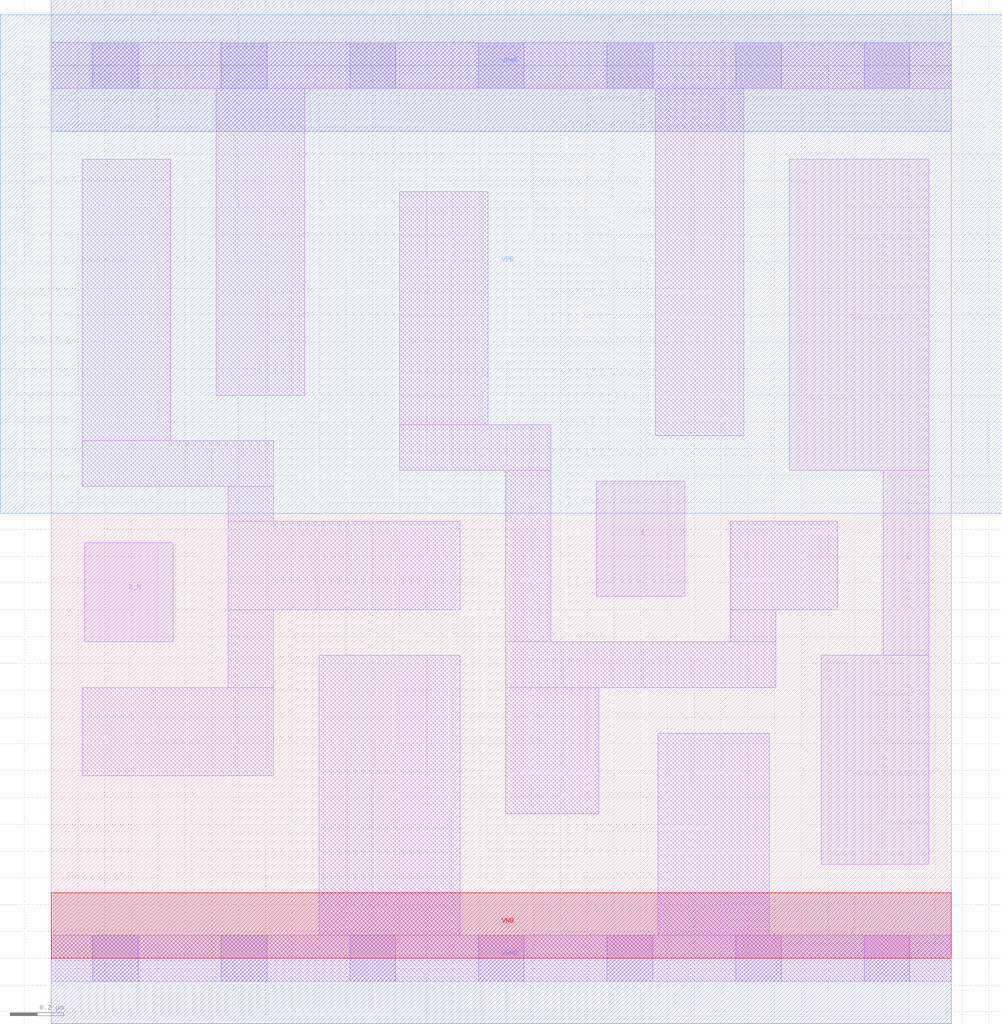
<source format=lef>
# Copyright 2020 The SkyWater PDK Authors
#
# Licensed under the Apache License, Version 2.0 (the "License");
# you may not use this file except in compliance with the License.
# You may obtain a copy of the License at
#
#     https://www.apache.org/licenses/LICENSE-2.0
#
# Unless required by applicable law or agreed to in writing, software
# distributed under the License is distributed on an "AS IS" BASIS,
# WITHOUT WARRANTIES OR CONDITIONS OF ANY KIND, either express or implied.
# See the License for the specific language governing permissions and
# limitations under the License.
#
# SPDX-License-Identifier: Apache-2.0

VERSION 5.7 ;
  NOWIREEXTENSIONATPIN ON ;
  DIVIDERCHAR "/" ;
  BUSBITCHARS "[]" ;
MACRO sky130_fd_sc_ms__or2b_1
  CLASS CORE ;
  FOREIGN sky130_fd_sc_ms__or2b_1 ;
  ORIGIN  0.000000  0.000000 ;
  SIZE  3.360000 BY  3.330000 ;
  SYMMETRY X Y ;
  SITE unit ;
  PIN A
    ANTENNAGATEAREA  0.262500 ;
    DIRECTION INPUT ;
    USE SIGNAL ;
    PORT
      LAYER li1 ;
        RECT 2.035000 1.350000 2.365000 1.780000 ;
    END
  END A
  PIN B_N
    ANTENNAGATEAREA  0.233700 ;
    DIRECTION INPUT ;
    USE SIGNAL ;
    PORT
      LAYER li1 ;
        RECT 0.125000 1.180000 0.455000 1.550000 ;
    END
  END B_N
  PIN X
    ANTENNADIFFAREA  0.524500 ;
    DIRECTION OUTPUT ;
    USE SIGNAL ;
    PORT
      LAYER li1 ;
        RECT 2.755000 1.820000 3.275000 2.980000 ;
        RECT 2.875000 0.350000 3.275000 1.130000 ;
        RECT 3.105000 1.130000 3.275000 1.820000 ;
    END
  END X
  PIN VGND
    DIRECTION INOUT ;
    USE GROUND ;
    PORT
      LAYER met1 ;
        RECT 0.000000 -0.245000 3.360000 0.245000 ;
    END
  END VGND
  PIN VNB
    DIRECTION INOUT ;
    USE GROUND ;
    PORT
      LAYER pwell ;
        RECT 0.000000 0.000000 3.360000 0.245000 ;
    END
  END VNB
  PIN VPB
    DIRECTION INOUT ;
    USE POWER ;
    PORT
      LAYER nwell ;
        RECT -0.190000 1.660000 3.550000 3.520000 ;
    END
  END VPB
  PIN VPWR
    DIRECTION INOUT ;
    USE POWER ;
    PORT
      LAYER met1 ;
        RECT 0.000000 3.085000 3.360000 3.575000 ;
    END
  END VPWR
  OBS
    LAYER li1 ;
      RECT 0.000000 -0.085000 3.360000 0.085000 ;
      RECT 0.000000  3.245000 3.360000 3.415000 ;
      RECT 0.115000  0.680000 0.830000 1.010000 ;
      RECT 0.115000  1.760000 0.830000 1.930000 ;
      RECT 0.115000  1.930000 0.445000 2.980000 ;
      RECT 0.615000  2.100000 0.945000 3.245000 ;
      RECT 0.660000  1.010000 0.830000 1.300000 ;
      RECT 0.660000  1.300000 1.525000 1.630000 ;
      RECT 0.660000  1.630000 0.830000 1.760000 ;
      RECT 1.000000  0.085000 1.525000 1.130000 ;
      RECT 1.300000  1.820000 1.865000 1.990000 ;
      RECT 1.300000  1.990000 1.630000 2.860000 ;
      RECT 1.695000  0.540000 2.045000 1.010000 ;
      RECT 1.695000  1.010000 2.705000 1.180000 ;
      RECT 1.695000  1.180000 1.865000 1.820000 ;
      RECT 2.255000  1.950000 2.585000 3.245000 ;
      RECT 2.265000  0.085000 2.680000 0.840000 ;
      RECT 2.535000  1.180000 2.705000 1.300000 ;
      RECT 2.535000  1.300000 2.935000 1.630000 ;
    LAYER mcon ;
      RECT 0.155000 -0.085000 0.325000 0.085000 ;
      RECT 0.155000  3.245000 0.325000 3.415000 ;
      RECT 0.635000 -0.085000 0.805000 0.085000 ;
      RECT 0.635000  3.245000 0.805000 3.415000 ;
      RECT 1.115000 -0.085000 1.285000 0.085000 ;
      RECT 1.115000  3.245000 1.285000 3.415000 ;
      RECT 1.595000 -0.085000 1.765000 0.085000 ;
      RECT 1.595000  3.245000 1.765000 3.415000 ;
      RECT 2.075000 -0.085000 2.245000 0.085000 ;
      RECT 2.075000  3.245000 2.245000 3.415000 ;
      RECT 2.555000 -0.085000 2.725000 0.085000 ;
      RECT 2.555000  3.245000 2.725000 3.415000 ;
      RECT 3.035000 -0.085000 3.205000 0.085000 ;
      RECT 3.035000  3.245000 3.205000 3.415000 ;
  END
END sky130_fd_sc_ms__or2b_1
END LIBRARY

</source>
